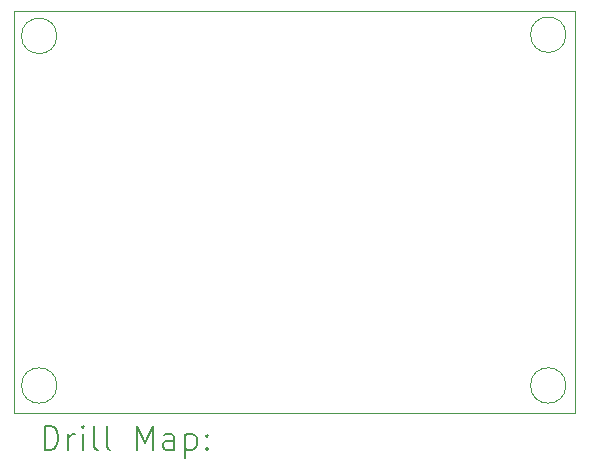
<source format=gbr>
%TF.GenerationSoftware,KiCad,Pcbnew,9.0.1*%
%TF.CreationDate,2025-08-14T10:08:24+05:00*%
%TF.ProjectId,ac_to_dc_converter,61635f74-6f5f-4646-935f-636f6e766572,rev?*%
%TF.SameCoordinates,Original*%
%TF.FileFunction,Drillmap*%
%TF.FilePolarity,Positive*%
%FSLAX45Y45*%
G04 Gerber Fmt 4.5, Leading zero omitted, Abs format (unit mm)*
G04 Created by KiCad (PCBNEW 9.0.1) date 2025-08-14 10:08:24*
%MOMM*%
%LPD*%
G01*
G04 APERTURE LIST*
%ADD10C,0.050000*%
%ADD11C,0.200000*%
G04 APERTURE END LIST*
D10*
X11410000Y-8660000D02*
G75*
G02*
X11110000Y-8660000I-150000J0D01*
G01*
X11110000Y-8660000D02*
G75*
G02*
X11410000Y-8660000I150000J0D01*
G01*
X15720000Y-11620000D02*
G75*
G02*
X15420000Y-11620000I-150000J0D01*
G01*
X15420000Y-11620000D02*
G75*
G02*
X15720000Y-11620000I150000J0D01*
G01*
X11050000Y-8450000D02*
X15800000Y-8450000D01*
X15800000Y-11850000D01*
X11050000Y-11850000D01*
X11050000Y-8450000D01*
X15720000Y-8650000D02*
G75*
G02*
X15420000Y-8650000I-150000J0D01*
G01*
X15420000Y-8650000D02*
G75*
G02*
X15720000Y-8650000I150000J0D01*
G01*
X11410000Y-11620000D02*
G75*
G02*
X11110000Y-11620000I-150000J0D01*
G01*
X11110000Y-11620000D02*
G75*
G02*
X11410000Y-11620000I150000J0D01*
G01*
D11*
X11308277Y-12163984D02*
X11308277Y-11963984D01*
X11308277Y-11963984D02*
X11355896Y-11963984D01*
X11355896Y-11963984D02*
X11384467Y-11973508D01*
X11384467Y-11973508D02*
X11403515Y-11992555D01*
X11403515Y-11992555D02*
X11413039Y-12011603D01*
X11413039Y-12011603D02*
X11422562Y-12049698D01*
X11422562Y-12049698D02*
X11422562Y-12078269D01*
X11422562Y-12078269D02*
X11413039Y-12116365D01*
X11413039Y-12116365D02*
X11403515Y-12135412D01*
X11403515Y-12135412D02*
X11384467Y-12154460D01*
X11384467Y-12154460D02*
X11355896Y-12163984D01*
X11355896Y-12163984D02*
X11308277Y-12163984D01*
X11508277Y-12163984D02*
X11508277Y-12030650D01*
X11508277Y-12068746D02*
X11517801Y-12049698D01*
X11517801Y-12049698D02*
X11527324Y-12040174D01*
X11527324Y-12040174D02*
X11546372Y-12030650D01*
X11546372Y-12030650D02*
X11565420Y-12030650D01*
X11632086Y-12163984D02*
X11632086Y-12030650D01*
X11632086Y-11963984D02*
X11622562Y-11973508D01*
X11622562Y-11973508D02*
X11632086Y-11983031D01*
X11632086Y-11983031D02*
X11641610Y-11973508D01*
X11641610Y-11973508D02*
X11632086Y-11963984D01*
X11632086Y-11963984D02*
X11632086Y-11983031D01*
X11755896Y-12163984D02*
X11736848Y-12154460D01*
X11736848Y-12154460D02*
X11727324Y-12135412D01*
X11727324Y-12135412D02*
X11727324Y-11963984D01*
X11860658Y-12163984D02*
X11841610Y-12154460D01*
X11841610Y-12154460D02*
X11832086Y-12135412D01*
X11832086Y-12135412D02*
X11832086Y-11963984D01*
X12089229Y-12163984D02*
X12089229Y-11963984D01*
X12089229Y-11963984D02*
X12155896Y-12106841D01*
X12155896Y-12106841D02*
X12222562Y-11963984D01*
X12222562Y-11963984D02*
X12222562Y-12163984D01*
X12403515Y-12163984D02*
X12403515Y-12059222D01*
X12403515Y-12059222D02*
X12393991Y-12040174D01*
X12393991Y-12040174D02*
X12374943Y-12030650D01*
X12374943Y-12030650D02*
X12336848Y-12030650D01*
X12336848Y-12030650D02*
X12317801Y-12040174D01*
X12403515Y-12154460D02*
X12384467Y-12163984D01*
X12384467Y-12163984D02*
X12336848Y-12163984D01*
X12336848Y-12163984D02*
X12317801Y-12154460D01*
X12317801Y-12154460D02*
X12308277Y-12135412D01*
X12308277Y-12135412D02*
X12308277Y-12116365D01*
X12308277Y-12116365D02*
X12317801Y-12097317D01*
X12317801Y-12097317D02*
X12336848Y-12087793D01*
X12336848Y-12087793D02*
X12384467Y-12087793D01*
X12384467Y-12087793D02*
X12403515Y-12078269D01*
X12498753Y-12030650D02*
X12498753Y-12230650D01*
X12498753Y-12040174D02*
X12517801Y-12030650D01*
X12517801Y-12030650D02*
X12555896Y-12030650D01*
X12555896Y-12030650D02*
X12574943Y-12040174D01*
X12574943Y-12040174D02*
X12584467Y-12049698D01*
X12584467Y-12049698D02*
X12593991Y-12068746D01*
X12593991Y-12068746D02*
X12593991Y-12125888D01*
X12593991Y-12125888D02*
X12584467Y-12144936D01*
X12584467Y-12144936D02*
X12574943Y-12154460D01*
X12574943Y-12154460D02*
X12555896Y-12163984D01*
X12555896Y-12163984D02*
X12517801Y-12163984D01*
X12517801Y-12163984D02*
X12498753Y-12154460D01*
X12679705Y-12144936D02*
X12689229Y-12154460D01*
X12689229Y-12154460D02*
X12679705Y-12163984D01*
X12679705Y-12163984D02*
X12670182Y-12154460D01*
X12670182Y-12154460D02*
X12679705Y-12144936D01*
X12679705Y-12144936D02*
X12679705Y-12163984D01*
X12679705Y-12040174D02*
X12689229Y-12049698D01*
X12689229Y-12049698D02*
X12679705Y-12059222D01*
X12679705Y-12059222D02*
X12670182Y-12049698D01*
X12670182Y-12049698D02*
X12679705Y-12040174D01*
X12679705Y-12040174D02*
X12679705Y-12059222D01*
M02*

</source>
